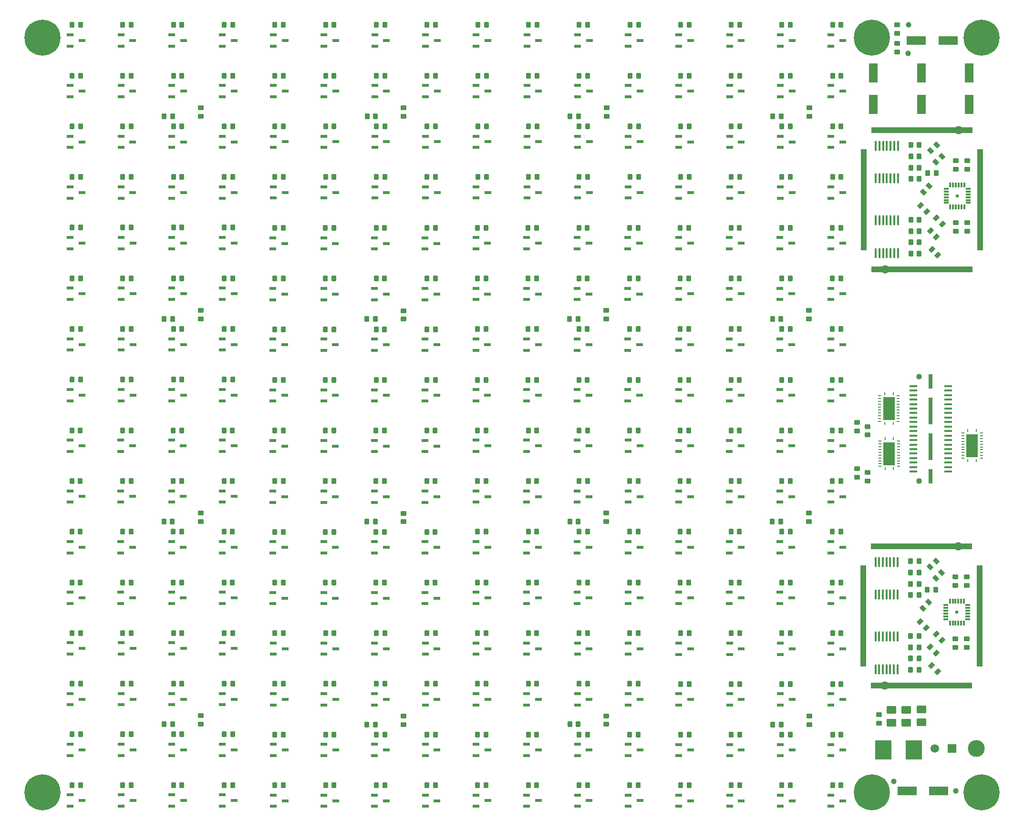
<source format=gbr>
G04*
G04 #@! TF.GenerationSoftware,Altium Limited,Altium Designer,25.0.2 (28)*
G04*
G04 Layer_Color=255*
%FSLAX25Y25*%
%MOIN*%
G70*
G04*
G04 #@! TF.SameCoordinates,7C83500D-BFB9-469C-A41D-0C693C3E1856*
G04*
G04*
G04 #@! TF.FilePolarity,Positive*
G04*
G01*
G75*
%ADD17R,0.02520X0.18504*%
%ADD18R,0.02520X0.10000*%
%ADD19R,0.05709X0.01811*%
%ADD20R,0.11614X0.13780*%
%ADD21R,0.02362X0.00984*%
%ADD22R,0.08268X0.16142*%
%ADD23R,0.00984X0.02362*%
G04:AMPARAMS|DCode=24|XSize=31.5mil|YSize=39.37mil|CornerRadius=3.94mil|HoleSize=0mil|Usage=FLASHONLY|Rotation=90.000|XOffset=0mil|YOffset=0mil|HoleType=Round|Shape=RoundedRectangle|*
%AMROUNDEDRECTD24*
21,1,0.03150,0.03150,0,0,90.0*
21,1,0.02362,0.03937,0,0,90.0*
1,1,0.00787,0.01575,0.01181*
1,1,0.00787,0.01575,-0.01181*
1,1,0.00787,-0.01575,-0.01181*
1,1,0.00787,-0.01575,0.01181*
%
%ADD24ROUNDEDRECTD24*%
%ADD25R,0.06299X0.13780*%
%ADD26R,0.13780X0.06299*%
G04:AMPARAMS|DCode=27|XSize=31.5mil|YSize=39.37mil|CornerRadius=3.94mil|HoleSize=0mil|Usage=FLASHONLY|Rotation=0.000|XOffset=0mil|YOffset=0mil|HoleType=Round|Shape=RoundedRectangle|*
%AMROUNDEDRECTD27*
21,1,0.03150,0.03150,0,0,0.0*
21,1,0.02362,0.03937,0,0,0.0*
1,1,0.00787,0.01181,-0.01575*
1,1,0.00787,-0.01181,-0.01575*
1,1,0.00787,-0.01181,0.01575*
1,1,0.00787,0.01181,0.01575*
%
%ADD27ROUNDEDRECTD27*%
%ADD28R,0.05118X0.02362*%
G04:AMPARAMS|DCode=29|XSize=55.12mil|YSize=66.93mil|CornerRadius=6.89mil|HoleSize=0mil|Usage=FLASHONLY|Rotation=270.000|XOffset=0mil|YOffset=0mil|HoleType=Round|Shape=RoundedRectangle|*
%AMROUNDEDRECTD29*
21,1,0.05512,0.05315,0,0,270.0*
21,1,0.04134,0.06693,0,0,270.0*
1,1,0.01378,-0.02657,-0.02067*
1,1,0.01378,-0.02657,0.02067*
1,1,0.01378,0.02657,0.02067*
1,1,0.01378,0.02657,-0.02067*
%
%ADD29ROUNDEDRECTD29*%
G04:AMPARAMS|DCode=30|XSize=31.5mil|YSize=39.37mil|CornerRadius=3.94mil|HoleSize=0mil|Usage=FLASHONLY|Rotation=225.000|XOffset=0mil|YOffset=0mil|HoleType=Round|Shape=RoundedRectangle|*
%AMROUNDEDRECTD30*
21,1,0.03150,0.03150,0,0,225.0*
21,1,0.02362,0.03937,0,0,225.0*
1,1,0.00787,-0.01949,0.00278*
1,1,0.00787,-0.00278,0.01949*
1,1,0.00787,0.01949,-0.00278*
1,1,0.00787,0.00278,-0.01949*
%
%ADD30ROUNDEDRECTD30*%
%ADD31R,0.01181X0.03347*%
%ADD32R,0.03347X0.01181*%
%ADD33R,0.02362X0.02362*%
G04:AMPARAMS|DCode=34|XSize=31.5mil|YSize=39.37mil|CornerRadius=3.94mil|HoleSize=0mil|Usage=FLASHONLY|Rotation=135.000|XOffset=0mil|YOffset=0mil|HoleType=Round|Shape=RoundedRectangle|*
%AMROUNDEDRECTD34*
21,1,0.03150,0.03150,0,0,135.0*
21,1,0.02362,0.03937,0,0,135.0*
1,1,0.00787,0.00278,0.01949*
1,1,0.00787,0.01949,0.00278*
1,1,0.00787,-0.00278,-0.01949*
1,1,0.00787,-0.01949,-0.00278*
%
%ADD34ROUNDEDRECTD34*%
G04:AMPARAMS|DCode=35|XSize=70.41mil|YSize=16.57mil|CornerRadius=8.28mil|HoleSize=0mil|Usage=FLASHONLY|Rotation=90.000|XOffset=0mil|YOffset=0mil|HoleType=Round|Shape=RoundedRectangle|*
%AMROUNDEDRECTD35*
21,1,0.07041,0.00000,0,0,90.0*
21,1,0.05384,0.01657,0,0,90.0*
1,1,0.01657,0.00000,0.02692*
1,1,0.01657,0.00000,-0.02692*
1,1,0.01657,0.00000,-0.02692*
1,1,0.01657,0.00000,0.02692*
%
%ADD35ROUNDEDRECTD35*%
%ADD36R,0.01657X0.07041*%
%ADD47C,0.03937*%
%ADD64R,0.03937X0.70866*%
%ADD65R,0.70866X0.03937*%
%ADD68C,0.04016*%
%ADD69C,0.05906*%
%ADD70R,0.05984X0.05984*%
%ADD71C,0.05984*%
%ADD72C,0.11811*%
%ADD73C,0.25197*%
D17*
X661124Y348279D02*
D03*
Y323279D02*
D03*
D18*
Y369027D02*
D03*
Y302531D02*
D03*
D19*
X673270Y365701D02*
D03*
Y362551D02*
D03*
Y359401D02*
D03*
Y356252D02*
D03*
Y353102D02*
D03*
Y349952D02*
D03*
Y346803D02*
D03*
Y343653D02*
D03*
Y340504D02*
D03*
Y337354D02*
D03*
Y334204D02*
D03*
Y331055D02*
D03*
Y327905D02*
D03*
Y324756D02*
D03*
Y321606D02*
D03*
Y318456D02*
D03*
Y315307D02*
D03*
Y312157D02*
D03*
Y309008D02*
D03*
Y305858D02*
D03*
X648979Y365701D02*
D03*
Y362551D02*
D03*
Y359401D02*
D03*
Y356252D02*
D03*
Y353102D02*
D03*
Y349952D02*
D03*
Y346803D02*
D03*
Y343653D02*
D03*
Y340504D02*
D03*
Y337354D02*
D03*
Y334204D02*
D03*
Y331055D02*
D03*
Y327905D02*
D03*
Y324756D02*
D03*
Y321606D02*
D03*
Y318456D02*
D03*
Y315307D02*
D03*
Y312157D02*
D03*
Y309008D02*
D03*
Y305858D02*
D03*
D20*
X649508Y111221D02*
D03*
X628051Y111221D02*
D03*
D21*
X625691Y323275D02*
D03*
X625691Y319338D02*
D03*
X625691Y321306D02*
D03*
Y325243D02*
D03*
X625691Y309495D02*
D03*
X625691Y311464D02*
D03*
Y313432D02*
D03*
Y315401D02*
D03*
X625691Y317369D02*
D03*
X625691Y327212D02*
D03*
X638683Y327212D02*
D03*
X638683Y325243D02*
D03*
Y323275D02*
D03*
Y321306D02*
D03*
Y319338D02*
D03*
X638683Y317369D02*
D03*
X638683Y315401D02*
D03*
Y313432D02*
D03*
Y311464D02*
D03*
X638683Y309495D02*
D03*
X625494Y341090D02*
D03*
X625494Y343058D02*
D03*
Y345027D02*
D03*
Y346995D02*
D03*
X625494Y348964D02*
D03*
X625494Y350932D02*
D03*
Y352901D02*
D03*
Y354869D02*
D03*
Y356838D02*
D03*
X625494Y358806D02*
D03*
X638486Y358806D02*
D03*
X638486Y356838D02*
D03*
Y354869D02*
D03*
Y352901D02*
D03*
X638486Y350932D02*
D03*
Y348964D02*
D03*
X638486Y346995D02*
D03*
Y345027D02*
D03*
Y343058D02*
D03*
X638486Y341090D02*
D03*
X696656Y332920D02*
D03*
Y330952D02*
D03*
Y328983D02*
D03*
Y327015D02*
D03*
Y325046D02*
D03*
Y323078D02*
D03*
Y321109D02*
D03*
Y319141D02*
D03*
Y317172D02*
D03*
Y315204D02*
D03*
X683664D02*
D03*
Y317172D02*
D03*
Y319141D02*
D03*
Y321109D02*
D03*
Y323078D02*
D03*
Y325046D02*
D03*
Y327015D02*
D03*
Y328983D02*
D03*
Y330952D02*
D03*
Y332920D02*
D03*
D22*
X632187Y318354D02*
D03*
X631990Y349948D02*
D03*
X690160Y324062D02*
D03*
D23*
X629235Y307920D02*
D03*
X629235Y328787D02*
D03*
X635140Y328787D02*
D03*
Y307920D02*
D03*
X629038Y339515D02*
D03*
Y360381D02*
D03*
X634943Y360381D02*
D03*
X634943Y339515D02*
D03*
X693112Y334495D02*
D03*
Y313629D02*
D03*
X687207D02*
D03*
Y334495D02*
D03*
D24*
X617126Y299213D02*
D03*
Y305118D02*
D03*
X609771Y302102D02*
D03*
Y308007D02*
D03*
X617052Y331455D02*
D03*
Y337361D02*
D03*
X609771Y334416D02*
D03*
Y340321D02*
D03*
X576276Y134975D02*
D03*
Y129070D02*
D03*
X434491Y135035D02*
D03*
Y129130D02*
D03*
X292763Y135003D02*
D03*
Y129097D02*
D03*
X151004Y135122D02*
D03*
Y129217D02*
D03*
X576126Y276774D02*
D03*
Y270868D02*
D03*
X434470Y276798D02*
D03*
Y270892D02*
D03*
X292614Y276681D02*
D03*
Y270776D02*
D03*
X150878Y276851D02*
D03*
Y270945D02*
D03*
X576148Y418508D02*
D03*
Y412602D02*
D03*
X434367Y418490D02*
D03*
Y412584D02*
D03*
X292651Y418367D02*
D03*
Y412461D02*
D03*
X151008Y418583D02*
D03*
Y412677D02*
D03*
X576272Y560237D02*
D03*
Y554331D02*
D03*
X434636Y560313D02*
D03*
Y554408D02*
D03*
X292829Y560306D02*
D03*
Y554400D02*
D03*
X625000Y129921D02*
D03*
Y135827D02*
D03*
X637795Y612402D02*
D03*
Y618307D02*
D03*
Y599311D02*
D03*
X637795Y605217D02*
D03*
X686638Y523302D02*
D03*
Y517396D02*
D03*
X678764Y523302D02*
D03*
Y517396D02*
D03*
Y479995D02*
D03*
Y474089D02*
D03*
X686638Y479995D02*
D03*
Y474089D02*
D03*
X678543Y232283D02*
D03*
Y226378D02*
D03*
X150984Y560236D02*
D03*
Y554331D02*
D03*
X686417Y188976D02*
D03*
Y183071D02*
D03*
Y232283D02*
D03*
Y226378D02*
D03*
X678543Y188976D02*
D03*
Y183071D02*
D03*
D25*
X654628Y584548D02*
D03*
Y562500D02*
D03*
X621163Y584548D02*
D03*
Y562500D02*
D03*
X688092D02*
D03*
Y584548D02*
D03*
D26*
X673228Y607283D02*
D03*
X651181D02*
D03*
X666732Y82677D02*
D03*
X644685D02*
D03*
D27*
X486315Y192849D02*
D03*
X492221D02*
D03*
X486315Y157416D02*
D03*
X492221D02*
D03*
X486315Y121983D02*
D03*
X492221D02*
D03*
X486315Y86550D02*
D03*
X492221D02*
D03*
X521748D02*
D03*
X527654D02*
D03*
X557181D02*
D03*
X563087D02*
D03*
X592615Y121983D02*
D03*
X598520D02*
D03*
X557181D02*
D03*
X563087D02*
D03*
X521748D02*
D03*
X527654D02*
D03*
X592615Y86550D02*
D03*
X598520D02*
D03*
X550685Y129070D02*
D03*
X556591D02*
D03*
X557181Y157416D02*
D03*
X563087D02*
D03*
X521748Y192849D02*
D03*
X527654D02*
D03*
X521748Y157416D02*
D03*
X527654D02*
D03*
X557181Y192849D02*
D03*
X563087D02*
D03*
X592615D02*
D03*
X598520D02*
D03*
X592615Y157416D02*
D03*
X598520D02*
D03*
X344530Y122043D02*
D03*
X350436D02*
D03*
X344530Y192909D02*
D03*
X350436D02*
D03*
X344530Y157476D02*
D03*
X350436D02*
D03*
X344530Y86610D02*
D03*
X350436D02*
D03*
X450830Y192909D02*
D03*
X456735D02*
D03*
X450830Y122043D02*
D03*
X456735D02*
D03*
X450830Y86610D02*
D03*
X456735D02*
D03*
X415396Y157476D02*
D03*
X421302D02*
D03*
X379963Y192909D02*
D03*
X385869D02*
D03*
X408900Y129130D02*
D03*
X414806D02*
D03*
X415396Y192909D02*
D03*
X421302D02*
D03*
X379963Y157476D02*
D03*
X385869D02*
D03*
X415396Y122043D02*
D03*
X421302D02*
D03*
X379963D02*
D03*
X385869D02*
D03*
X415396Y86610D02*
D03*
X421302D02*
D03*
X379963D02*
D03*
X385869D02*
D03*
X450830Y157476D02*
D03*
X456735D02*
D03*
X238235Y192877D02*
D03*
X244141D02*
D03*
X202802D02*
D03*
X208707D02*
D03*
X238235Y157444D02*
D03*
X244141D02*
D03*
X273668Y192877D02*
D03*
X279574D02*
D03*
X273668Y157444D02*
D03*
X279574D02*
D03*
X309101D02*
D03*
X315007D02*
D03*
X267172Y129097D02*
D03*
X273078D02*
D03*
X273668Y122011D02*
D03*
X279574D02*
D03*
X309101D02*
D03*
X315007D02*
D03*
X273668Y86578D02*
D03*
X279574D02*
D03*
X309101D02*
D03*
X315007D02*
D03*
X309101Y192877D02*
D03*
X315007D02*
D03*
X238235Y122011D02*
D03*
X244141D02*
D03*
X202802Y157444D02*
D03*
X208707D02*
D03*
X238235Y86578D02*
D03*
X244141D02*
D03*
X202802D02*
D03*
X208707D02*
D03*
X202802Y122011D02*
D03*
X208707D02*
D03*
X167342Y192996D02*
D03*
X173248D02*
D03*
X167342Y122130D02*
D03*
X173248D02*
D03*
X167342Y157563D02*
D03*
X173248D02*
D03*
X167342Y86697D02*
D03*
X173248D02*
D03*
X131909D02*
D03*
X137815D02*
D03*
X96476D02*
D03*
X102382D02*
D03*
X61043Y122130D02*
D03*
X66949D02*
D03*
X96476D02*
D03*
X102382D02*
D03*
X96476Y157563D02*
D03*
X102382D02*
D03*
X131909D02*
D03*
X137815D02*
D03*
X125413Y129217D02*
D03*
X131319D02*
D03*
X131909Y122130D02*
D03*
X137815D02*
D03*
X96476Y192996D02*
D03*
X102382D02*
D03*
X131909D02*
D03*
X137815D02*
D03*
X61043Y86697D02*
D03*
X66949D02*
D03*
X61043Y192996D02*
D03*
X66949D02*
D03*
X61043Y157563D02*
D03*
X66949D02*
D03*
X486165Y299215D02*
D03*
X492071D02*
D03*
X486165Y334648D02*
D03*
X492071D02*
D03*
X521598D02*
D03*
X527504D02*
D03*
X521598Y299215D02*
D03*
X527504D02*
D03*
X557032D02*
D03*
X562937D02*
D03*
X557032Y334648D02*
D03*
X562937D02*
D03*
X550535Y270868D02*
D03*
X556441D02*
D03*
X592465Y299215D02*
D03*
X598370D02*
D03*
X592465Y334648D02*
D03*
X598370D02*
D03*
X521598Y263782D02*
D03*
X527504D02*
D03*
X557032D02*
D03*
X562937D02*
D03*
X592465D02*
D03*
X598370D02*
D03*
X592465Y228349D02*
D03*
X598370D02*
D03*
X557032D02*
D03*
X562937D02*
D03*
X521598D02*
D03*
X527504D02*
D03*
X486165Y263782D02*
D03*
X492071D02*
D03*
X486165Y228349D02*
D03*
X492071D02*
D03*
X344509Y228373D02*
D03*
X350414D02*
D03*
X344509Y263806D02*
D03*
X350414D02*
D03*
X344509Y299239D02*
D03*
X350414D02*
D03*
X344509Y334672D02*
D03*
X350414D02*
D03*
X379942D02*
D03*
X385847D02*
D03*
X379942Y263806D02*
D03*
X385847D02*
D03*
X379942Y299239D02*
D03*
X385847D02*
D03*
X379942Y228373D02*
D03*
X385847D02*
D03*
X450808D02*
D03*
X456714D02*
D03*
X415375D02*
D03*
X421280D02*
D03*
X415375Y263806D02*
D03*
X421280D02*
D03*
X415375Y299239D02*
D03*
X421280D02*
D03*
X415375Y334672D02*
D03*
X421280D02*
D03*
X408879Y270892D02*
D03*
X414784D02*
D03*
X450808Y299239D02*
D03*
X456714D02*
D03*
X450808Y334672D02*
D03*
X456714D02*
D03*
X450808Y263806D02*
D03*
X456714D02*
D03*
X202654Y228256D02*
D03*
X208559D02*
D03*
X202654Y263689D02*
D03*
X208559D02*
D03*
X202654Y334555D02*
D03*
X208559D02*
D03*
X202654Y299122D02*
D03*
X208559D02*
D03*
X238087Y228256D02*
D03*
X243992D02*
D03*
X238087Y334555D02*
D03*
X243992D02*
D03*
X238087Y299122D02*
D03*
X243992D02*
D03*
X273520D02*
D03*
X279425D02*
D03*
X308953Y334555D02*
D03*
X314858D02*
D03*
X273520D02*
D03*
X279425D02*
D03*
X308953Y263689D02*
D03*
X314858D02*
D03*
X308953Y299122D02*
D03*
X314858D02*
D03*
X273520Y263689D02*
D03*
X279425D02*
D03*
X238087D02*
D03*
X243992D02*
D03*
X267024Y270776D02*
D03*
X272929D02*
D03*
X308953Y228256D02*
D03*
X314858D02*
D03*
X273520D02*
D03*
X279425D02*
D03*
X96351Y334725D02*
D03*
X102256D02*
D03*
X96351Y299292D02*
D03*
X102256D02*
D03*
X96351Y263859D02*
D03*
X102256D02*
D03*
X131784D02*
D03*
X137689D02*
D03*
X167217Y228426D02*
D03*
X173122D02*
D03*
X60918Y263859D02*
D03*
X66823D02*
D03*
X60918Y299292D02*
D03*
X66823D02*
D03*
X60918Y334725D02*
D03*
X66823D02*
D03*
X131784Y228426D02*
D03*
X137689D02*
D03*
X131784Y299292D02*
D03*
X137689D02*
D03*
X131784Y334725D02*
D03*
X137689D02*
D03*
X125288Y270945D02*
D03*
X131193D02*
D03*
X167217Y263859D02*
D03*
X173122D02*
D03*
X167217Y334725D02*
D03*
X173122D02*
D03*
X167217Y299292D02*
D03*
X173122D02*
D03*
X96351Y228426D02*
D03*
X102256D02*
D03*
X60918D02*
D03*
X66823D02*
D03*
X557054Y440949D02*
D03*
X562959D02*
D03*
X592487Y476382D02*
D03*
X598392D02*
D03*
X557054D02*
D03*
X562959D02*
D03*
X592487Y440949D02*
D03*
X598392D02*
D03*
X521621Y476382D02*
D03*
X527526D02*
D03*
X521621Y440949D02*
D03*
X527526D02*
D03*
X486188D02*
D03*
X492093D02*
D03*
X486188Y476382D02*
D03*
X492093D02*
D03*
X550558Y412602D02*
D03*
X556463D02*
D03*
X557054Y405516D02*
D03*
X562959D02*
D03*
X592487D02*
D03*
X598392D02*
D03*
X557054Y370083D02*
D03*
X562959D02*
D03*
X592487D02*
D03*
X598392D02*
D03*
X486188Y405516D02*
D03*
X492093D02*
D03*
X486188Y370083D02*
D03*
X492093D02*
D03*
X521621D02*
D03*
X527526D02*
D03*
X521621Y405516D02*
D03*
X527526D02*
D03*
X344406Y476364D02*
D03*
X350311D02*
D03*
X344406Y440931D02*
D03*
X350311D02*
D03*
X379839Y476364D02*
D03*
X385745D02*
D03*
X415272D02*
D03*
X421177D02*
D03*
X450705D02*
D03*
X456611D02*
D03*
X415272Y370064D02*
D03*
X421177D02*
D03*
X450705D02*
D03*
X456611D02*
D03*
X344406Y405498D02*
D03*
X350311D02*
D03*
X450705Y440931D02*
D03*
X456611D02*
D03*
X450705Y405498D02*
D03*
X456611D02*
D03*
X379839Y370064D02*
D03*
X385745D02*
D03*
X415272Y440931D02*
D03*
X421177D02*
D03*
X415272Y405498D02*
D03*
X421177D02*
D03*
X379839D02*
D03*
X385745D02*
D03*
X379839Y440931D02*
D03*
X385745D02*
D03*
X408776Y412584D02*
D03*
X414681D02*
D03*
X344406Y370064D02*
D03*
X350311D02*
D03*
X202691Y405374D02*
D03*
X208596D02*
D03*
X202691Y476241D02*
D03*
X208596D02*
D03*
X202691Y440807D02*
D03*
X208596D02*
D03*
X202691Y369941D02*
D03*
X208596D02*
D03*
X238124Y405374D02*
D03*
X244029D02*
D03*
X238124Y440807D02*
D03*
X244029D02*
D03*
X238124Y476241D02*
D03*
X244029D02*
D03*
X308990D02*
D03*
X314895D02*
D03*
X308990Y440807D02*
D03*
X314895D02*
D03*
X273557Y476241D02*
D03*
X279462D02*
D03*
X267061Y412461D02*
D03*
X272966D02*
D03*
X273557Y405374D02*
D03*
X279462D02*
D03*
X308990Y369941D02*
D03*
X314895D02*
D03*
X308990Y405374D02*
D03*
X314895D02*
D03*
X273557Y440807D02*
D03*
X279462D02*
D03*
X273557Y369941D02*
D03*
X279462D02*
D03*
X238124D02*
D03*
X244029D02*
D03*
X96480Y370158D02*
D03*
X102386D02*
D03*
X96480Y441024D02*
D03*
X102386D02*
D03*
X96480Y405591D02*
D03*
X102386D02*
D03*
X96480Y476457D02*
D03*
X102386D02*
D03*
X131913D02*
D03*
X137819D02*
D03*
X131913Y441024D02*
D03*
X137819D02*
D03*
X131913Y405591D02*
D03*
X137819D02*
D03*
X167346Y441024D02*
D03*
X173252D02*
D03*
X167346Y476457D02*
D03*
X173252D02*
D03*
X167346Y405591D02*
D03*
X173252D02*
D03*
X131913Y370158D02*
D03*
X137819D02*
D03*
X167346D02*
D03*
X173252D02*
D03*
X125417Y412677D02*
D03*
X131323D02*
D03*
X61047Y405591D02*
D03*
X66953D02*
D03*
X61047Y441024D02*
D03*
X66953D02*
D03*
X61047Y370158D02*
D03*
X66953D02*
D03*
X61047Y476457D02*
D03*
X66953D02*
D03*
X557177Y582678D02*
D03*
X563083D02*
D03*
X592610Y618111D02*
D03*
X598516D02*
D03*
X557177D02*
D03*
X563083D02*
D03*
X592610Y582678D02*
D03*
X598516D02*
D03*
X486311Y547245D02*
D03*
X492216D02*
D03*
X521744Y618111D02*
D03*
X527649D02*
D03*
X521744Y582678D02*
D03*
X527649D02*
D03*
X486311D02*
D03*
X492216D02*
D03*
X486311Y618111D02*
D03*
X492216D02*
D03*
X550681Y554331D02*
D03*
X556587D02*
D03*
X557177Y547245D02*
D03*
X563083D02*
D03*
X592610D02*
D03*
X598516D02*
D03*
X521744D02*
D03*
X527649D02*
D03*
X521744Y511811D02*
D03*
X527649D02*
D03*
X486311D02*
D03*
X492216D02*
D03*
X557177D02*
D03*
X563083D02*
D03*
X592610D02*
D03*
X598516D02*
D03*
X344676Y511888D02*
D03*
X350581D02*
D03*
X450975Y547321D02*
D03*
X456881D02*
D03*
X415542Y582754D02*
D03*
X421448D02*
D03*
X415542Y618187D02*
D03*
X421448D02*
D03*
X380109D02*
D03*
X386014D02*
D03*
X380109Y582754D02*
D03*
X386014D02*
D03*
X450975Y511888D02*
D03*
X456881D02*
D03*
X415542D02*
D03*
X421448D02*
D03*
X380109D02*
D03*
X386014D02*
D03*
X344676Y547321D02*
D03*
X350581D02*
D03*
X344676Y582754D02*
D03*
X350581D02*
D03*
X344676Y618187D02*
D03*
X350581D02*
D03*
X450975Y582754D02*
D03*
X456881D02*
D03*
X450975Y618187D02*
D03*
X456881D02*
D03*
X409046Y554408D02*
D03*
X414951D02*
D03*
X380109Y547321D02*
D03*
X386014D02*
D03*
X415542D02*
D03*
X421448D02*
D03*
X267239Y554400D02*
D03*
X273144D02*
D03*
X273735Y547313D02*
D03*
X279641D02*
D03*
X273735Y511880D02*
D03*
X279641D02*
D03*
X309168Y547313D02*
D03*
X315073D02*
D03*
X309168Y511880D02*
D03*
X315073D02*
D03*
X273735Y582747D02*
D03*
X279641D02*
D03*
X273735Y618180D02*
D03*
X279641D02*
D03*
X309168Y582747D02*
D03*
X315073D02*
D03*
X309168Y618180D02*
D03*
X315073D02*
D03*
X238302Y511880D02*
D03*
X244207D02*
D03*
X238302Y547313D02*
D03*
X244207D02*
D03*
X238302Y582747D02*
D03*
X244207D02*
D03*
X238302Y618180D02*
D03*
X244207D02*
D03*
X202869Y511880D02*
D03*
X208774D02*
D03*
X202869Y547313D02*
D03*
X208774D02*
D03*
X202869Y618180D02*
D03*
X208774D02*
D03*
X202869Y582747D02*
D03*
X208774D02*
D03*
X66929Y618110D02*
D03*
X61024D02*
D03*
X647268Y518381D02*
D03*
X653174D02*
D03*
X647268Y510507D02*
D03*
X653174D02*
D03*
X647268Y526255D02*
D03*
X653174D02*
D03*
X647268Y534129D02*
D03*
X653174D02*
D03*
X664985Y514444D02*
D03*
X659079D02*
D03*
X647268Y481963D02*
D03*
X653174D02*
D03*
X647268Y466215D02*
D03*
X653174D02*
D03*
X647268Y458341D02*
D03*
X653174D02*
D03*
X647268Y474089D02*
D03*
X653174D02*
D03*
X647047Y190945D02*
D03*
X652953D02*
D03*
X167323Y582677D02*
D03*
X173228D02*
D03*
X125394Y554331D02*
D03*
X131299D02*
D03*
X167323Y547244D02*
D03*
X173228D02*
D03*
X61024Y511811D02*
D03*
X66929D02*
D03*
X96457Y618110D02*
D03*
X102362D02*
D03*
X61024Y582677D02*
D03*
X66929D02*
D03*
X96457D02*
D03*
X102362D02*
D03*
X131890D02*
D03*
X137795D02*
D03*
X167323Y618110D02*
D03*
X173228D02*
D03*
X131890D02*
D03*
X137795D02*
D03*
X96457Y511811D02*
D03*
X102362D02*
D03*
X96457Y547244D02*
D03*
X102362D02*
D03*
X61024D02*
D03*
X66929D02*
D03*
X131890D02*
D03*
X137795D02*
D03*
X167323Y511811D02*
D03*
X173228D02*
D03*
X131890D02*
D03*
X137795D02*
D03*
X647047Y167323D02*
D03*
X652953D02*
D03*
X647047Y175197D02*
D03*
X652953D02*
D03*
X647047Y183071D02*
D03*
X652953D02*
D03*
X647047Y219488D02*
D03*
X652953D02*
D03*
X647047Y227362D02*
D03*
X652953D02*
D03*
X664764Y223425D02*
D03*
X658858D02*
D03*
X647047Y243110D02*
D03*
X652953D02*
D03*
X647047Y235236D02*
D03*
X652953D02*
D03*
D28*
X485134Y185959D02*
D03*
Y178085D02*
D03*
X493402Y182022D02*
D03*
X485134Y150526D02*
D03*
Y142652D02*
D03*
X493402Y146589D02*
D03*
X485134Y115093D02*
D03*
Y107219D02*
D03*
X493402Y111156D02*
D03*
X485134Y79660D02*
D03*
Y71786D02*
D03*
X493402Y75723D02*
D03*
X520567Y79660D02*
D03*
Y71786D02*
D03*
X528835Y75723D02*
D03*
X520567Y150526D02*
D03*
Y142652D02*
D03*
X528835Y146589D02*
D03*
X520567Y115093D02*
D03*
Y107219D02*
D03*
X528835Y111156D02*
D03*
X591433Y79660D02*
D03*
Y71786D02*
D03*
X599701Y75723D02*
D03*
X556000Y79660D02*
D03*
Y71786D02*
D03*
X564268Y75723D02*
D03*
X556000Y115093D02*
D03*
Y107219D02*
D03*
X564268Y111156D02*
D03*
X556000Y150526D02*
D03*
Y142652D02*
D03*
X564268Y146589D02*
D03*
X556000Y185959D02*
D03*
Y178085D02*
D03*
X564268Y182022D02*
D03*
X520567Y185959D02*
D03*
Y178085D02*
D03*
X528835Y182022D02*
D03*
X591433Y150526D02*
D03*
Y142652D02*
D03*
X599701Y146589D02*
D03*
X591433Y185959D02*
D03*
Y178085D02*
D03*
X599701Y182022D02*
D03*
X591433Y115093D02*
D03*
Y107219D02*
D03*
X599701Y111156D02*
D03*
X343349Y186020D02*
D03*
Y178146D02*
D03*
X351617Y182082D02*
D03*
X343349Y150586D02*
D03*
Y142712D02*
D03*
X351617Y146650D02*
D03*
X343349Y115153D02*
D03*
Y107279D02*
D03*
X351617Y111216D02*
D03*
X343349Y79720D02*
D03*
Y71846D02*
D03*
X351617Y75783D02*
D03*
X449649Y186020D02*
D03*
Y178146D02*
D03*
X457916Y182082D02*
D03*
X449649Y79720D02*
D03*
Y71846D02*
D03*
X457916Y75783D02*
D03*
X378782Y186020D02*
D03*
Y178146D02*
D03*
X387050Y182082D02*
D03*
X414215Y150586D02*
D03*
Y142712D02*
D03*
X422483Y146650D02*
D03*
X414215Y186020D02*
D03*
Y178146D02*
D03*
X422483Y182082D02*
D03*
X378782Y150586D02*
D03*
Y142712D02*
D03*
X387050Y146650D02*
D03*
X414215Y115153D02*
D03*
Y107279D02*
D03*
X422483Y111216D02*
D03*
X414215Y79720D02*
D03*
Y71846D02*
D03*
X422483Y75783D02*
D03*
X378782Y115153D02*
D03*
Y107279D02*
D03*
X387050Y111216D02*
D03*
X378782Y79720D02*
D03*
Y71846D02*
D03*
X387050Y75783D02*
D03*
X449649Y150586D02*
D03*
Y142712D02*
D03*
X457916Y146650D02*
D03*
X449649Y115153D02*
D03*
Y107279D02*
D03*
X457916Y111216D02*
D03*
X237054Y185987D02*
D03*
Y178113D02*
D03*
X245322Y182050D02*
D03*
X201621Y185987D02*
D03*
Y178113D02*
D03*
X209889Y182050D02*
D03*
X272487Y185987D02*
D03*
Y178113D02*
D03*
X280755Y182050D02*
D03*
X272487Y150554D02*
D03*
Y142680D02*
D03*
X280755Y146617D02*
D03*
X272487Y115121D02*
D03*
Y107247D02*
D03*
X280755Y111184D02*
D03*
X307920Y115121D02*
D03*
Y107247D02*
D03*
X316188Y111184D02*
D03*
X307920Y79688D02*
D03*
Y71814D02*
D03*
X316188Y75751D02*
D03*
X272487Y79688D02*
D03*
Y71814D02*
D03*
X280755Y75751D02*
D03*
X307920Y185987D02*
D03*
Y178113D02*
D03*
X316188Y182050D02*
D03*
X307920Y150554D02*
D03*
Y142680D02*
D03*
X316188Y146617D02*
D03*
X237054Y150554D02*
D03*
Y142680D02*
D03*
X245322Y146617D02*
D03*
X237054Y79688D02*
D03*
Y71814D02*
D03*
X245322Y75751D02*
D03*
X237054Y115121D02*
D03*
Y107247D02*
D03*
X245322Y111184D02*
D03*
X201621Y79688D02*
D03*
Y71814D02*
D03*
X209889Y75751D02*
D03*
X201621Y150554D02*
D03*
Y142680D02*
D03*
X209889Y146617D02*
D03*
X201621Y115121D02*
D03*
Y107247D02*
D03*
X209889Y111184D02*
D03*
X166161Y79807D02*
D03*
Y71933D02*
D03*
X174429Y75870D02*
D03*
X166161Y150673D02*
D03*
Y142799D02*
D03*
X174429Y146737D02*
D03*
X166161Y186107D02*
D03*
Y178233D02*
D03*
X174429Y182170D02*
D03*
X166161Y115240D02*
D03*
Y107366D02*
D03*
X174429Y111303D02*
D03*
X130728Y79807D02*
D03*
Y71933D02*
D03*
X138996Y75870D02*
D03*
X130728Y115240D02*
D03*
Y107366D02*
D03*
X138996Y111303D02*
D03*
X59862Y115240D02*
D03*
Y107366D02*
D03*
X68130Y111303D02*
D03*
X95295Y186107D02*
D03*
Y178233D02*
D03*
X103563Y182170D02*
D03*
X59862Y150673D02*
D03*
Y142799D02*
D03*
X68130Y146737D02*
D03*
X95295Y150673D02*
D03*
Y142799D02*
D03*
X103563Y146737D02*
D03*
X130728Y150673D02*
D03*
Y142799D02*
D03*
X138996Y146737D02*
D03*
X130728Y186107D02*
D03*
Y178233D02*
D03*
X138996Y182170D02*
D03*
X95295Y115240D02*
D03*
Y107366D02*
D03*
X103563Y111303D02*
D03*
X95295Y79807D02*
D03*
Y71933D02*
D03*
X103563Y75870D02*
D03*
X59862Y79807D02*
D03*
Y71933D02*
D03*
X68130Y75870D02*
D03*
X59862Y186107D02*
D03*
Y178233D02*
D03*
X68130Y182170D02*
D03*
X484984Y327758D02*
D03*
Y319884D02*
D03*
X493252Y323821D02*
D03*
X484984Y292325D02*
D03*
Y284451D02*
D03*
X493252Y288388D02*
D03*
X520417Y327758D02*
D03*
Y319884D02*
D03*
X528685Y323821D02*
D03*
X520417Y292325D02*
D03*
Y284451D02*
D03*
X528685Y288388D02*
D03*
X555851Y292325D02*
D03*
Y284451D02*
D03*
X564118Y288388D02*
D03*
X555851Y327758D02*
D03*
Y319884D02*
D03*
X564118Y323821D02*
D03*
X591284Y327758D02*
D03*
Y319884D02*
D03*
X599551Y323821D02*
D03*
X591284Y292325D02*
D03*
Y284451D02*
D03*
X599551Y288388D02*
D03*
X555851Y256892D02*
D03*
Y249018D02*
D03*
X564118Y252955D02*
D03*
X520417Y256892D02*
D03*
Y249018D02*
D03*
X528685Y252955D02*
D03*
X591284Y256892D02*
D03*
Y249018D02*
D03*
X599551Y252955D02*
D03*
X591284Y221459D02*
D03*
Y213585D02*
D03*
X599551Y217522D02*
D03*
X555851Y221459D02*
D03*
Y213585D02*
D03*
X564118Y217522D02*
D03*
X520417Y221459D02*
D03*
Y213585D02*
D03*
X528685Y217522D02*
D03*
X484984Y221459D02*
D03*
Y213585D02*
D03*
X493252Y217522D02*
D03*
X484984Y256892D02*
D03*
Y249018D02*
D03*
X493252Y252955D02*
D03*
X343328Y221483D02*
D03*
Y213609D02*
D03*
X351595Y217546D02*
D03*
X343328Y256916D02*
D03*
Y249042D02*
D03*
X351595Y252979D02*
D03*
X343328Y327782D02*
D03*
Y319908D02*
D03*
X351595Y323845D02*
D03*
X343328Y292349D02*
D03*
Y284475D02*
D03*
X351595Y288412D02*
D03*
X378761Y327782D02*
D03*
Y319908D02*
D03*
X387029Y323845D02*
D03*
X378761Y292349D02*
D03*
Y284475D02*
D03*
X387029Y288412D02*
D03*
X378761Y221483D02*
D03*
Y213609D02*
D03*
X387029Y217546D02*
D03*
X378761Y256916D02*
D03*
Y249042D02*
D03*
X387029Y252979D02*
D03*
X414194Y221483D02*
D03*
Y213609D02*
D03*
X422462Y217546D02*
D03*
X414194Y327782D02*
D03*
Y319908D02*
D03*
X422462Y323845D02*
D03*
X414194Y292349D02*
D03*
Y284475D02*
D03*
X422462Y288412D02*
D03*
X414194Y256916D02*
D03*
Y249042D02*
D03*
X422462Y252979D02*
D03*
X449627Y327782D02*
D03*
Y319908D02*
D03*
X457895Y323845D02*
D03*
X449627Y292349D02*
D03*
Y284475D02*
D03*
X457895Y288412D02*
D03*
X449627Y221483D02*
D03*
Y213609D02*
D03*
X457895Y217546D02*
D03*
X449627Y256916D02*
D03*
Y249042D02*
D03*
X457895Y252979D02*
D03*
X201472Y221366D02*
D03*
Y213492D02*
D03*
X209740Y217429D02*
D03*
X201472Y292232D02*
D03*
Y284358D02*
D03*
X209740Y288295D02*
D03*
X201472Y256799D02*
D03*
Y248925D02*
D03*
X209740Y252862D02*
D03*
X201472Y327665D02*
D03*
Y319792D02*
D03*
X209740Y323728D02*
D03*
X236906Y221366D02*
D03*
Y213492D02*
D03*
X245173Y217429D02*
D03*
X236906Y256799D02*
D03*
Y248925D02*
D03*
X245173Y252862D02*
D03*
X236906Y327665D02*
D03*
Y319792D02*
D03*
X245173Y323728D02*
D03*
X236906Y292232D02*
D03*
Y284358D02*
D03*
X245173Y288295D02*
D03*
X272339Y327665D02*
D03*
Y319792D02*
D03*
X280606Y323728D02*
D03*
X272339Y292232D02*
D03*
Y284358D02*
D03*
X280606Y288295D02*
D03*
X272339Y256799D02*
D03*
Y248925D02*
D03*
X280606Y252862D02*
D03*
X272339Y221366D02*
D03*
Y213492D02*
D03*
X280606Y217429D02*
D03*
X307772Y221366D02*
D03*
Y213492D02*
D03*
X316039Y217429D02*
D03*
X307772Y292232D02*
D03*
Y284358D02*
D03*
X316039Y288295D02*
D03*
X307772Y327665D02*
D03*
Y319792D02*
D03*
X316039Y323728D02*
D03*
X307772Y256799D02*
D03*
Y248925D02*
D03*
X316039Y252862D02*
D03*
X95170Y327835D02*
D03*
Y319961D02*
D03*
X103437Y323898D02*
D03*
X95170Y292402D02*
D03*
Y284528D02*
D03*
X103437Y288465D02*
D03*
X166036Y256969D02*
D03*
Y249095D02*
D03*
X174303Y253032D02*
D03*
X166036Y221536D02*
D03*
Y213662D02*
D03*
X174303Y217599D02*
D03*
X59737Y327835D02*
D03*
Y319961D02*
D03*
X68004Y323898D02*
D03*
X59737Y292402D02*
D03*
Y284528D02*
D03*
X68004Y288465D02*
D03*
X130603Y221536D02*
D03*
Y213662D02*
D03*
X138870Y217599D02*
D03*
X130603Y256969D02*
D03*
Y249095D02*
D03*
X138870Y253032D02*
D03*
X130603Y292402D02*
D03*
Y284528D02*
D03*
X138870Y288465D02*
D03*
X166036Y292402D02*
D03*
Y284528D02*
D03*
X174303Y288465D02*
D03*
X166036Y327835D02*
D03*
Y319961D02*
D03*
X174303Y323898D02*
D03*
X130603Y327835D02*
D03*
Y319961D02*
D03*
X138870Y323898D02*
D03*
X59737Y256969D02*
D03*
Y249095D02*
D03*
X68004Y253032D02*
D03*
X95170Y221536D02*
D03*
Y213662D02*
D03*
X103437Y217599D02*
D03*
X95170Y256969D02*
D03*
Y249095D02*
D03*
X103437Y253032D02*
D03*
X59737Y221536D02*
D03*
Y213662D02*
D03*
X68004Y217599D02*
D03*
X520439Y434059D02*
D03*
Y426185D02*
D03*
X528707Y430122D02*
D03*
X485007Y434059D02*
D03*
Y426185D02*
D03*
X493274Y430122D02*
D03*
X485007Y469492D02*
D03*
Y461618D02*
D03*
X493274Y465555D02*
D03*
X555873Y434059D02*
D03*
Y426185D02*
D03*
X564140Y430122D02*
D03*
X591306Y434059D02*
D03*
Y426185D02*
D03*
X599573Y430122D02*
D03*
X591306Y398626D02*
D03*
Y390752D02*
D03*
X599573Y394689D02*
D03*
X555873Y398626D02*
D03*
Y390752D02*
D03*
X564140Y394689D02*
D03*
X555873Y363193D02*
D03*
Y355319D02*
D03*
X564140Y359256D02*
D03*
X591306Y363193D02*
D03*
Y355319D02*
D03*
X599573Y359256D02*
D03*
X520439Y469492D02*
D03*
Y461618D02*
D03*
X528707Y465555D02*
D03*
X591306Y469492D02*
D03*
Y461618D02*
D03*
X599573Y465555D02*
D03*
X555873Y469492D02*
D03*
Y461618D02*
D03*
X564140Y465555D02*
D03*
X485007Y398626D02*
D03*
Y390752D02*
D03*
X493274Y394689D02*
D03*
X520439Y363193D02*
D03*
Y355319D02*
D03*
X528707Y359256D02*
D03*
X485007Y363193D02*
D03*
Y355319D02*
D03*
X493274Y359256D02*
D03*
X520439Y398626D02*
D03*
Y390752D02*
D03*
X528707Y394689D02*
D03*
X343225Y469474D02*
D03*
Y461600D02*
D03*
X351493Y465537D02*
D03*
X378658Y469474D02*
D03*
Y461600D02*
D03*
X386926Y465537D02*
D03*
X449524Y469474D02*
D03*
Y461600D02*
D03*
X457792Y465537D02*
D03*
X414091Y398608D02*
D03*
Y390734D02*
D03*
X422359Y394671D02*
D03*
X343225Y434041D02*
D03*
Y426167D02*
D03*
X351493Y430104D02*
D03*
X378658Y398608D02*
D03*
Y390734D02*
D03*
X386926Y394671D02*
D03*
X449524Y434041D02*
D03*
Y426167D02*
D03*
X457792Y430104D02*
D03*
X449524Y398608D02*
D03*
Y390734D02*
D03*
X457792Y394671D02*
D03*
X449524Y363175D02*
D03*
Y355301D02*
D03*
X457792Y359238D02*
D03*
X414091Y363175D02*
D03*
Y355301D02*
D03*
X422359Y359238D02*
D03*
X378658Y363175D02*
D03*
Y355301D02*
D03*
X386926Y359238D02*
D03*
X414091Y434041D02*
D03*
Y426167D02*
D03*
X422359Y430104D02*
D03*
X414091Y469474D02*
D03*
Y461600D02*
D03*
X422359Y465537D02*
D03*
X378658Y434041D02*
D03*
Y426167D02*
D03*
X386926Y430104D02*
D03*
X343225Y363175D02*
D03*
Y355301D02*
D03*
X351493Y359238D02*
D03*
X343225Y398608D02*
D03*
Y390734D02*
D03*
X351493Y394671D02*
D03*
X201510Y398485D02*
D03*
Y390611D02*
D03*
X209777Y394548D02*
D03*
X201510Y469351D02*
D03*
Y461477D02*
D03*
X209777Y465414D02*
D03*
X201510Y433918D02*
D03*
Y426044D02*
D03*
X209777Y429981D02*
D03*
X201510Y363052D02*
D03*
Y355178D02*
D03*
X209777Y359115D02*
D03*
X236943Y398485D02*
D03*
Y390611D02*
D03*
X245210Y394548D02*
D03*
X236943Y469351D02*
D03*
Y461477D02*
D03*
X245210Y465414D02*
D03*
X236943Y433918D02*
D03*
Y426044D02*
D03*
X245210Y429981D02*
D03*
X307809Y469351D02*
D03*
Y461477D02*
D03*
X316076Y465414D02*
D03*
X307809Y433918D02*
D03*
Y426044D02*
D03*
X316076Y429981D02*
D03*
X272376Y469351D02*
D03*
Y461477D02*
D03*
X280643Y465414D02*
D03*
X272376Y433918D02*
D03*
Y426044D02*
D03*
X280643Y429981D02*
D03*
X272376Y398485D02*
D03*
Y390611D02*
D03*
X280643Y394548D02*
D03*
X236943Y363052D02*
D03*
Y355178D02*
D03*
X245210Y359115D02*
D03*
X272376Y363052D02*
D03*
Y355178D02*
D03*
X280643Y359115D02*
D03*
X307809Y398485D02*
D03*
Y390611D02*
D03*
X316076Y394548D02*
D03*
X307809Y363052D02*
D03*
Y355178D02*
D03*
X316076Y359115D02*
D03*
X130732Y469567D02*
D03*
Y461693D02*
D03*
X139000Y465630D02*
D03*
X130732Y434134D02*
D03*
Y426260D02*
D03*
X139000Y430197D02*
D03*
X166165Y469567D02*
D03*
Y461693D02*
D03*
X174433Y465630D02*
D03*
X166165Y434134D02*
D03*
Y426260D02*
D03*
X174433Y430197D02*
D03*
X166165Y363268D02*
D03*
Y355394D02*
D03*
X174433Y359331D02*
D03*
X166165Y398701D02*
D03*
Y390827D02*
D03*
X174433Y394764D02*
D03*
X130732Y363268D02*
D03*
Y355394D02*
D03*
X139000Y359331D02*
D03*
X130732Y398701D02*
D03*
Y390827D02*
D03*
X139000Y394764D02*
D03*
X95299Y363268D02*
D03*
Y355394D02*
D03*
X103567Y359331D02*
D03*
X95299Y398701D02*
D03*
Y390827D02*
D03*
X103567Y394764D02*
D03*
X95299Y469567D02*
D03*
Y461693D02*
D03*
X103567Y465630D02*
D03*
X95299Y434134D02*
D03*
Y426260D02*
D03*
X103567Y430197D02*
D03*
X59866Y363268D02*
D03*
Y355394D02*
D03*
X68134Y359331D02*
D03*
X59866Y469567D02*
D03*
Y461693D02*
D03*
X68134Y465630D02*
D03*
X59866Y398701D02*
D03*
Y390827D02*
D03*
X68134Y394764D02*
D03*
X59866Y434134D02*
D03*
Y426260D02*
D03*
X68134Y430197D02*
D03*
X520563Y575788D02*
D03*
Y567914D02*
D03*
X528831Y571851D02*
D03*
X555996Y611221D02*
D03*
Y603347D02*
D03*
X564264Y607284D02*
D03*
X591429Y611221D02*
D03*
Y603347D02*
D03*
X599697Y607284D02*
D03*
X485130Y575788D02*
D03*
Y567914D02*
D03*
X493398Y571851D02*
D03*
X520563Y611221D02*
D03*
Y603347D02*
D03*
X528831Y607284D02*
D03*
X485130Y611221D02*
D03*
Y603347D02*
D03*
X493398Y607284D02*
D03*
X555996Y575788D02*
D03*
Y567914D02*
D03*
X564264Y571851D02*
D03*
X591429Y575788D02*
D03*
Y567914D02*
D03*
X599697Y571851D02*
D03*
X591429Y540355D02*
D03*
Y532481D02*
D03*
X599697Y536418D02*
D03*
X555996Y540355D02*
D03*
Y532481D02*
D03*
X564264Y536418D02*
D03*
X520563Y504922D02*
D03*
Y497048D02*
D03*
X528831Y500985D02*
D03*
X520563Y540355D02*
D03*
Y532481D02*
D03*
X528831Y536418D02*
D03*
X485130Y504922D02*
D03*
Y497048D02*
D03*
X493398Y500985D02*
D03*
X485130Y540355D02*
D03*
Y532481D02*
D03*
X493398Y536418D02*
D03*
X555996Y504922D02*
D03*
Y497048D02*
D03*
X564264Y500985D02*
D03*
X591429Y504922D02*
D03*
Y497048D02*
D03*
X599697Y500985D02*
D03*
X343495Y504998D02*
D03*
Y497124D02*
D03*
X351763Y501061D02*
D03*
X414361Y611297D02*
D03*
Y603423D02*
D03*
X422629Y607360D02*
D03*
X378928Y611297D02*
D03*
Y603423D02*
D03*
X387195Y607360D02*
D03*
X449794Y540431D02*
D03*
Y532557D02*
D03*
X458062Y536494D02*
D03*
X414361Y540431D02*
D03*
Y532557D02*
D03*
X422629Y536494D02*
D03*
X449794Y504998D02*
D03*
Y497124D02*
D03*
X458062Y501061D02*
D03*
X414361Y504998D02*
D03*
Y497124D02*
D03*
X422629Y501061D02*
D03*
X378928Y504998D02*
D03*
Y497124D02*
D03*
X387195Y501061D02*
D03*
X343495Y540431D02*
D03*
Y532557D02*
D03*
X351763Y536494D02*
D03*
X343495Y611297D02*
D03*
Y603423D02*
D03*
X351763Y607360D02*
D03*
X343495Y575864D02*
D03*
Y567990D02*
D03*
X351763Y571927D02*
D03*
X449794Y611297D02*
D03*
Y603423D02*
D03*
X458062Y607360D02*
D03*
X449794Y575864D02*
D03*
Y567990D02*
D03*
X458062Y571927D02*
D03*
X414361Y575864D02*
D03*
Y567990D02*
D03*
X422629Y571927D02*
D03*
X378928Y540431D02*
D03*
Y532557D02*
D03*
X387195Y536494D02*
D03*
X378928Y575864D02*
D03*
Y567990D02*
D03*
X387195Y571927D02*
D03*
X307987Y575857D02*
D03*
Y567983D02*
D03*
X316255Y571920D02*
D03*
X272554Y504991D02*
D03*
Y497117D02*
D03*
X280821Y501054D02*
D03*
X307987Y540424D02*
D03*
Y532550D02*
D03*
X316255Y536487D02*
D03*
X307987Y504991D02*
D03*
Y497117D02*
D03*
X316255Y501054D02*
D03*
X307987Y611290D02*
D03*
Y603416D02*
D03*
X316255Y607353D02*
D03*
X272554Y540424D02*
D03*
Y532550D02*
D03*
X280821Y536487D02*
D03*
X272554Y575857D02*
D03*
Y567983D02*
D03*
X280821Y571920D02*
D03*
X272554Y611290D02*
D03*
Y603416D02*
D03*
X280821Y607353D02*
D03*
X237121Y504991D02*
D03*
Y497117D02*
D03*
X245389Y501054D02*
D03*
X237121Y540424D02*
D03*
Y532550D02*
D03*
X245389Y536487D02*
D03*
X201688Y504991D02*
D03*
Y497117D02*
D03*
X209955Y501054D02*
D03*
X237121Y611290D02*
D03*
Y603416D02*
D03*
X245389Y607353D02*
D03*
X237121Y575857D02*
D03*
Y567983D02*
D03*
X245389Y571920D02*
D03*
X201688Y575857D02*
D03*
Y567983D02*
D03*
X209955Y571920D02*
D03*
X201688Y540424D02*
D03*
Y532550D02*
D03*
X209955Y536487D02*
D03*
X201688Y611290D02*
D03*
Y603416D02*
D03*
X209955Y607353D02*
D03*
X138976Y536417D02*
D03*
X130709Y532480D02*
D03*
Y540354D02*
D03*
X68110Y607283D02*
D03*
X59842Y603346D02*
D03*
Y611221D02*
D03*
X68110Y571850D02*
D03*
X59842Y567913D02*
D03*
Y575787D02*
D03*
X166142D02*
D03*
Y567913D02*
D03*
X174409Y571850D02*
D03*
X95276Y611221D02*
D03*
Y603346D02*
D03*
X103543Y607283D02*
D03*
X95276Y575787D02*
D03*
Y567913D02*
D03*
X103543Y571850D02*
D03*
X130709Y575787D02*
D03*
Y567913D02*
D03*
X138976Y571850D02*
D03*
X166142Y611221D02*
D03*
Y603346D02*
D03*
X174409Y607283D02*
D03*
X130709Y611221D02*
D03*
Y603346D02*
D03*
X138976Y607283D02*
D03*
X95276Y504921D02*
D03*
Y497047D02*
D03*
X103543Y500984D02*
D03*
X59842Y504921D02*
D03*
Y497047D02*
D03*
X68110Y500984D02*
D03*
X95276Y540354D02*
D03*
Y532480D02*
D03*
X103543Y536417D02*
D03*
X59842Y540354D02*
D03*
Y532480D02*
D03*
X68110Y536417D02*
D03*
X166142Y540354D02*
D03*
Y532480D02*
D03*
X174409Y536417D02*
D03*
X166142Y504921D02*
D03*
Y497047D02*
D03*
X174409Y500984D02*
D03*
X130709Y504921D02*
D03*
Y497047D02*
D03*
X138976Y500984D02*
D03*
D29*
X654554Y130459D02*
D03*
Y139459D02*
D03*
X633688Y139388D02*
D03*
X633688Y130388D02*
D03*
X643924Y139360D02*
D03*
X643924Y130360D02*
D03*
D30*
X665224Y534368D02*
D03*
X661048Y530192D02*
D03*
X669041Y526374D02*
D03*
X664865Y522198D02*
D03*
X655888Y501410D02*
D03*
X660064Y505585D02*
D03*
X655667Y210391D02*
D03*
X659842Y214567D02*
D03*
X665003Y243349D02*
D03*
X660827Y239173D02*
D03*
X668820Y235356D02*
D03*
X664644Y231180D02*
D03*
D31*
X684670Y506373D02*
D03*
X682701D02*
D03*
X680733D02*
D03*
X678764D02*
D03*
X676796D02*
D03*
X674827D02*
D03*
Y491018D02*
D03*
X676796D02*
D03*
X678764D02*
D03*
X680733D02*
D03*
X682701D02*
D03*
X684670D02*
D03*
X684449Y215354D02*
D03*
X682480D02*
D03*
X680512D02*
D03*
X678543D02*
D03*
X676575D02*
D03*
X674606D02*
D03*
Y200000D02*
D03*
X676575D02*
D03*
X678543D02*
D03*
X680512D02*
D03*
X682480D02*
D03*
X684449D02*
D03*
D32*
X672071Y503617D02*
D03*
Y501648D02*
D03*
Y499680D02*
D03*
Y497711D02*
D03*
Y495743D02*
D03*
Y493774D02*
D03*
X687426D02*
D03*
Y495743D02*
D03*
Y497711D02*
D03*
Y499680D02*
D03*
Y501648D02*
D03*
Y503617D02*
D03*
X671850Y212598D02*
D03*
Y210630D02*
D03*
Y208661D02*
D03*
Y206693D02*
D03*
Y204724D02*
D03*
Y202756D02*
D03*
X687205D02*
D03*
Y204724D02*
D03*
Y206693D02*
D03*
Y208661D02*
D03*
Y210630D02*
D03*
Y212598D02*
D03*
D33*
X679748Y498696D02*
D03*
X679528Y207677D02*
D03*
D34*
X669336Y479002D02*
D03*
X665160Y483178D02*
D03*
X654039Y491925D02*
D03*
X658214Y487749D02*
D03*
X665104Y470033D02*
D03*
X660928Y474209D02*
D03*
X666208Y457118D02*
D03*
X662032Y461294D02*
D03*
X665987Y166100D02*
D03*
X661811Y170276D02*
D03*
X664883Y179015D02*
D03*
X660707Y183190D02*
D03*
X653818Y200907D02*
D03*
X657993Y196731D02*
D03*
X669114Y187984D02*
D03*
X664939Y192160D02*
D03*
D35*
X622859Y533701D02*
D03*
X625418D02*
D03*
X627977D02*
D03*
X630536D02*
D03*
X633095D02*
D03*
X635654D02*
D03*
X638213D02*
D03*
Y510935D02*
D03*
X635654D02*
D03*
X633095D02*
D03*
X630536D02*
D03*
X627977D02*
D03*
X625418D02*
D03*
X622859Y481535D02*
D03*
X625418D02*
D03*
X627977D02*
D03*
X630536D02*
D03*
X633095D02*
D03*
X635654D02*
D03*
X638213D02*
D03*
Y458770D02*
D03*
X635654D02*
D03*
X633095D02*
D03*
X630536D02*
D03*
X627977D02*
D03*
X625418D02*
D03*
X622638Y190517D02*
D03*
X625197D02*
D03*
X627756D02*
D03*
X630315D02*
D03*
X632874D02*
D03*
X635433D02*
D03*
X637992D02*
D03*
Y167751D02*
D03*
X635433D02*
D03*
X632874D02*
D03*
X630315D02*
D03*
X627756D02*
D03*
X625197D02*
D03*
X622638Y242682D02*
D03*
X625197D02*
D03*
X627756D02*
D03*
X630315D02*
D03*
X632874D02*
D03*
X635433D02*
D03*
X637992D02*
D03*
Y219917D02*
D03*
X635433D02*
D03*
X632874D02*
D03*
X630315D02*
D03*
X627756D02*
D03*
X625197D02*
D03*
D36*
X622859Y510935D02*
D03*
Y458770D02*
D03*
X622638Y167751D02*
D03*
Y219917D02*
D03*
D47*
X645465Y598285D02*
D03*
X645669Y618110D02*
D03*
X635227Y89301D02*
D03*
X678549Y82677D02*
D03*
D64*
X614276Y495855D02*
D03*
X695772D02*
D03*
X613976Y204823D02*
D03*
X695472D02*
D03*
D65*
X655024Y544477D02*
D03*
Y447233D02*
D03*
X654724Y253445D02*
D03*
Y156201D02*
D03*
D68*
X653112Y372157D02*
D03*
Y299401D02*
D03*
D69*
X680614Y544477D02*
D03*
X629433Y447233D02*
D03*
X680315Y253445D02*
D03*
X629134Y156201D02*
D03*
D70*
X675906Y112205D02*
D03*
D71*
X664094D02*
D03*
D72*
X692913D02*
D03*
D73*
X40354Y81693D02*
D03*
X620079Y609252D02*
D03*
X40354D02*
D03*
X696850Y81693D02*
D03*
X620079D02*
D03*
X696850Y609252D02*
D03*
M02*

</source>
